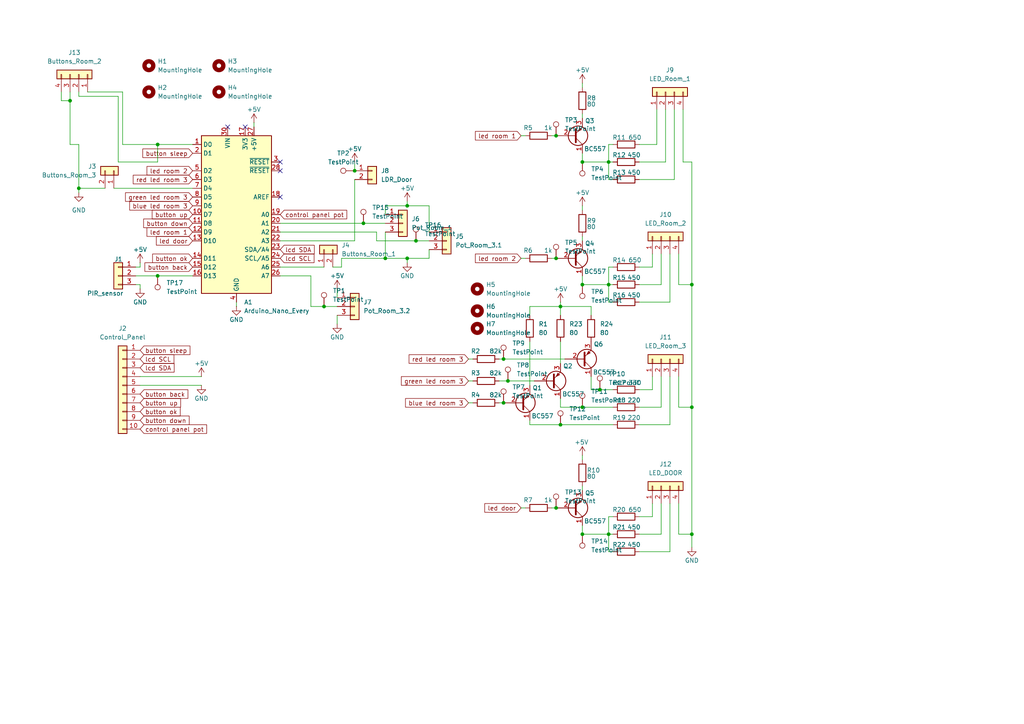
<source format=kicad_sch>
(kicad_sch (version 20231120) (generator "eeschema") (generator_version "8.0")
  (paper "A4")
  (lib_symbols
    (symbol "Connector:TestPoint" (pin_numbers hide) (pin_names (offset 0.762) hide)
      (property "Reference" "TP" (at 0 6.858 0))
      (property "Value" "TestPoint" (at 0 5.08 0))
      (symbol "TestPoint_0_1"
        (circle (center 0 3.302) (radius 0.762))
      )
      (symbol "TestPoint_1_1"
        (pin passive line (at 0 0 90) (length 2.54) (name "1") (number "1"))
      )
    )
    (symbol "Connector_Generic:Conn_01x02" (pin_names (offset 1.016) hide)
      (property "Reference" "J" (at 0 2.54 0))
      (property "Value" "Conn_01x02" (at 0 -5.08 0))
      (symbol "Conn_01x02_1_1"
        (rectangle (start -1.27 -2.413) (end 0 -2.667) (stroke (width 0.1524)))
        (rectangle (start -1.27 0.127) (end 0 -0.127) (stroke (width 0.1524)))
        (rectangle (start -1.27 1.27) (end 1.27 -3.81) (stroke (width 0.254)) (fill (type background)))
        (pin passive line (at -5.08 0 0) (length 3.81) (name "Pin_1") (number "1"))
        (pin passive line (at -5.08 -2.54 0) (length 3.81) (name "Pin_2") (number "2"))
      )
    )
    (symbol "Connector_Generic:Conn_01x03" (pin_names (offset 1.016) hide)
      (property "Reference" "J" (at 0 5.08 0))
      (property "Value" "Conn_01x03" (at 0 -5.08 0))
      (symbol "Conn_01x03_1_1"
        (rectangle (start -1.27 -2.413) (end 0 -2.667) (stroke (width 0.1524)))
        (rectangle (start -1.27 0.127) (end 0 -0.127) (stroke (width 0.1524)))
        (rectangle (start -1.27 2.667) (end 0 2.413) (stroke (width 0.1524)))
        (rectangle (start -1.27 3.81) (end 1.27 -3.81) (stroke (width 0.254)) (fill (type background)))
        (pin passive line (at -5.08 2.54 0) (length 3.81) (name "Pin_1") (number "1"))
        (pin passive line (at -5.08 0 0) (length 3.81) (name "Pin_2") (number "2"))
        (pin passive line (at -5.08 -2.54 0) (length 3.81) (name "Pin_3") (number "3"))
      )
    )
    (symbol "Connector_Generic:Conn_01x04" (pin_names (offset 1.016) hide)
      (property "Reference" "J" (at 0 5.08 0))
      (property "Value" "Conn_01x04" (at 0 -7.62 0))
      (symbol "Conn_01x04_1_1"
        (rectangle (start -1.27 -4.953) (end 0 -5.207) (stroke (width 0.1524)))
        (rectangle (start -1.27 -2.413) (end 0 -2.667) (stroke (width 0.1524)))
        (rectangle (start -1.27 0.127) (end 0 -0.127) (stroke (width 0.1524)))
        (rectangle (start -1.27 2.667) (end 0 2.413) (stroke (width 0.1524)))
        (rectangle (start -1.27 3.81) (end 1.27 -6.35) (stroke (width 0.254)) (fill (type background)))
        (pin passive line (at -5.08 2.54 0) (length 3.81) (name "Pin_1") (number "1"))
        (pin passive line (at -5.08 0 0) (length 3.81) (name "Pin_2") (number "2"))
        (pin passive line (at -5.08 -2.54 0) (length 3.81) (name "Pin_3") (number "3"))
        (pin passive line (at -5.08 -5.08 0) (length 3.81) (name "Pin_4") (number "4"))
      )
    )
    (symbol "Connector_Generic:Conn_01x10" (pin_names (offset 1.016) hide)
      (property "Reference" "J" (at 0 12.7 0))
      (property "Value" "Conn_01x10" (at 0 -15.24 0))
      (symbol "Conn_01x10_1_1"
        (rectangle (start -1.27 -12.573) (end 0 -12.827) (stroke (width 0.1524)))
        (rectangle (start -1.27 -10.033) (end 0 -10.287) (stroke (width 0.1524)))
        (rectangle (start -1.27 -7.493) (end 0 -7.747) (stroke (width 0.1524)))
        (rectangle (start -1.27 -4.953) (end 0 -5.207) (stroke (width 0.1524)))
        (rectangle (start -1.27 -2.413) (end 0 -2.667) (stroke (width 0.1524)))
        (rectangle (start -1.27 0.127) (end 0 -0.127) (stroke (width 0.1524)))
        (rectangle (start -1.27 2.667) (end 0 2.413) (stroke (width 0.1524)))
        (rectangle (start -1.27 5.207) (end 0 4.953) (stroke (width 0.1524)))
        (rectangle (start -1.27 7.747) (end 0 7.493) (stroke (width 0.1524)))
        (rectangle (start -1.27 10.287) (end 0 10.033) (stroke (width 0.1524)))
        (rectangle (start -1.27 11.43) (end 1.27 -13.97) (stroke (width 0.254)) (fill (type background)))
        (pin passive line (at -5.08 10.16 0) (length 3.81) (name "Pin_1") (number "1"))
        (pin passive line (at -5.08 -12.7 0) (length 3.81) (name "Pin_10") (number "10"))
        (pin passive line (at -5.08 7.62 0) (length 3.81) (name "Pin_2") (number "2"))
        (pin passive line (at -5.08 5.08 0) (length 3.81) (name "Pin_3") (number "3"))
        (pin passive line (at -5.08 2.54 0) (length 3.81) (name "Pin_4") (number "4"))
        (pin passive line (at -5.08 0 0) (length 3.81) (name "Pin_5") (number "5"))
        (pin passive line (at -5.08 -2.54 0) (length 3.81) (name "Pin_6") (number "6"))
        (pin passive line (at -5.08 -5.08 0) (length 3.81) (name "Pin_7") (number "7"))
        (pin passive line (at -5.08 -7.62 0) (length 3.81) (name "Pin_8") (number "8"))
        (pin passive line (at -5.08 -10.16 0) (length 3.81) (name "Pin_9") (number "9"))
      )
    )
    (symbol "Device:R" (pin_numbers hide) (pin_names (offset 0))
      (property "Reference" "R" (at 2.032 0 90))
      (property "Value" "R" (at 0 0 90))
      (symbol "R_0_1"
        (rectangle (start -1.016 -2.54) (end 1.016 2.54) (stroke (width 0.254)))
      )
      (symbol "R_1_1"
        (pin passive line (at 0 3.81 270) (length 1.27) (name "~") (number "1"))
        (pin passive line (at 0 -3.81 90) (length 1.27) (name "~") (number "2"))
      )
    )
    (symbol "Mechanical:MountingHole" (pin_names (offset 1.016)) (exclude_from_sim yes) (in_bom no)
      (property "Reference" "H" (at 0 5.08 0))
      (property "Value" "MountingHole" (at 0 3.175 0))
      (symbol "MountingHole_0_1"
        (circle (center 0 0) (radius 1.27) (stroke (width 1.27)))
      )
    )
    (symbol "Transistor_BJT:BC557" (pin_names (offset 0) hide)
      (property "Reference" "Q" (at 5.08 1.905 0))
      (property "Value" "BC557" (at 5.08 0 0))
      (symbol "BC557_0_1"
        (polyline (pts (xy 0.635 0.635) (xy 2.54 2.54)))
        (polyline (pts (xy 0.635 -0.635) (xy 2.54 -2.54) (xy 2.54 -2.54)))
        (polyline (pts (xy 0.635 1.905) (xy 0.635 -1.905) (xy 0.635 -1.905)) (stroke (width 0.508)))
        (polyline (pts (xy 2.286 -1.778) (xy 1.778 -2.286) (xy 1.27 -1.27) (xy 2.286 -1.778) (xy 2.286 -1.778)) (fill (type outline)))
        (circle (center 1.27 0) (radius 2.8194) (stroke (width 0.254)))
      )
      (symbol "BC557_1_1"
        (pin passive line (at 2.54 5.08 270) (length 2.54) (name "C") (number "1"))
        (pin input line (at -5.08 0 0) (length 5.715) (name "B") (number "2"))
        (pin passive line (at 2.54 -5.08 90) (length 2.54) (name "E") (number "3"))
      )
    )
    (symbol "arduino_nano_every_custom:Arduino_Nano_Every"
      (property "Reference" "A?" (at 2.1941 -25.4 0))
      (property "Value" "Arduino_Nano_Every" (at 2.1941 -27.94 0))
      (symbol "Arduino_Nano_Every_0_1"
        (rectangle (start -10.16 22.86) (end 10.16 -22.86) (stroke (width 0.254)) (fill (type background)))
      )
      (symbol "Arduino_Nano_Every_1_1"
        (pin bidirectional line (at -12.7 20.32 0) (length 2.54) (name "D0") (number "1"))
        (pin bidirectional line (at -12.7 0 0) (length 2.54) (name "D7") (number "10"))
        (pin bidirectional line (at -12.7 -2.54 0) (length 2.54) (name "D8") (number "11"))
        (pin bidirectional line (at -12.7 -5.08 0) (length 2.54) (name "D9") (number "12"))
        (pin bidirectional line (at -12.7 -7.62 0) (length 2.54) (name "D10") (number "13"))
        (pin bidirectional line (at -12.7 -12.7 0) (length 2.54) (name "D11") (number "14"))
        (pin bidirectional line (at -12.7 -15.24 0) (length 2.54) (name "D12") (number "15"))
        (pin bidirectional line (at -12.7 -17.78 0) (length 2.54) (name "D13") (number "16"))
        (pin power_out line (at 2.54 25.4 270) (length 2.54) (name "3V3") (number "17"))
        (pin input line (at 12.7 5.08 180) (length 2.54) (name "AREF") (number "18"))
        (pin bidirectional line (at 12.7 0 180) (length 2.54) (name "A0") (number "19"))
        (pin bidirectional line (at -12.7 17.78 0) (length 2.54) (name "D1") (number "2"))
        (pin bidirectional line (at 12.7 -2.54 180) (length 2.54) (name "A1") (number "20"))
        (pin bidirectional line (at 12.7 -5.08 180) (length 2.54) (name "A2") (number "21"))
        (pin bidirectional line (at 12.7 -7.62 180) (length 2.54) (name "A3") (number "22"))
        (pin bidirectional line (at 12.7 -10.16 180) (length 2.54) (name "SDA/A4") (number "23"))
        (pin bidirectional line (at 12.7 -12.7 180) (length 2.54) (name "SCL/A5") (number "24"))
        (pin bidirectional line (at 12.7 -15.24 180) (length 2.54) (name "A6") (number "25"))
        (pin bidirectional line (at 12.7 -17.78 180) (length 2.54) (name "A7") (number "26"))
        (pin power_out line (at 5.08 25.4 270) (length 2.54) (name "+5V") (number "27"))
        (pin input line (at 12.7 12.7 180) (length 2.54) (name "~{RESET}") (number "28"))
        (pin passive line (at 0 -25.4 90) (length 2.54) hide (name "GND") (number "29"))
        (pin input line (at 12.7 15.24 180) (length 2.54) (name "~{RESET}") (number "3"))
        (pin power_in line (at -2.54 25.4 270) (length 2.54) (name "VIN") (number "30"))
        (pin power_in line (at 0 -25.4 90) (length 2.54) (name "GND") (number "4"))
        (pin bidirectional line (at -12.7 12.7 0) (length 2.54) (name "D2") (number "5"))
        (pin bidirectional line (at -12.7 10.16 0) (length 2.54) (name "D3") (number "6"))
        (pin bidirectional line (at -12.7 7.62 0) (length 2.54) (name "D4") (number "7"))
        (pin bidirectional line (at -12.7 5.08 0) (length 2.54) (name "D5") (number "8"))
        (pin bidirectional line (at -12.7 2.54 0) (length 2.54) (name "D6") (number "9"))
      )
    )
    (symbol "power:+5V" (power) (pin_numbers hide) (pin_names (offset 0) hide)
      (property "Value" "+5V" (at 0 3.556 0))
      (symbol "+5V_0_1"
        (polyline (pts (xy -0.762 1.27) (xy 0 2.54)))
        (polyline (pts (xy 0 0) (xy 0 2.54)))
        (polyline (pts (xy 0 2.54) (xy 0.762 1.27)))
      )
      (symbol "+5V_1_1"
        (pin power_in line (at 0 0 90) (length 0) (name "~") (number "1"))
      )
    )
    (symbol "power:GND" (power) (pin_numbers hide) (pin_names (offset 0) hide)
      (property "Value" "GND" (at 0 -3.81 0))
      (symbol "GND_0_1"
        (polyline (pts (xy 0 0) (xy 0 -1.27) (xy 1.27 -1.27) (xy 0 -2.54) (xy -1.27 -1.27) (xy 0 -1.27)))
      )
      (symbol "GND_1_1"
        (pin power_in line (at 0 0 270) (length 0) (name "~") (number "1"))
      )
    )
  )
  (junction (at 162.56 88.9))
  (junction (at 22.86 54.61))
  (junction (at 176.53 82.55))
  (junction (at 161.29 147.32))
  (junction (at 146.05 104.14))
  (junction (at 111.76 74.93))
  (junction (at 45.72 41.91))
  (junction (at 146.05 116.84))
  (junction (at 161.29 74.93))
  (junction (at 168.91 82.55))
  (junction (at 176.53 46.99))
  (junction (at 200.66 118.11))
  (junction (at 93.98 88.9))
  (junction (at 45.72 80.01))
  (junction (at 173.99 113.03))
  (junction (at 118.11 59.69))
  (junction (at 168.91 154.94))
  (junction (at 120.65 69.85))
  (junction (at 161.29 39.37))
  (junction (at 105.41 64.77))
  (junction (at 20.32 29.21))
  (junction (at 168.91 46.99))
  (junction (at 168.91 118.11))
  (junction (at 162.56 123.19))
  (junction (at 200.66 82.55))
  (junction (at 147.32 110.49))
  (junction (at 176.53 154.94))
  (junction (at 200.66 154.94))
  (junction (at 118.11 74.93))
  (junction (at 102.87 49.53))
  (no_connect (at 81.28 49.53))
  (no_connect (at 81.28 57.15))
  (no_connect (at 66.04 36.83))
  (no_connect (at 81.28 46.99))
  (no_connect (at 71.12 36.83))
  (wire (pts (xy 111.76 74.93) (xy 118.11 74.93)))
  (wire (pts (xy 22.86 27.94) (xy 22.86 26.67)))
  (wire (pts (xy 22.86 54.61) (xy 30.48 54.61)))
  (wire (pts (xy 196.85 73.66) (xy 196.85 82.55)))
  (wire (pts (xy 171.45 88.9) (xy 171.45 91.44)))
  (wire (pts (xy 22.86 54.61) (xy 22.86 41.91)))
  (wire (pts (xy 17.78 26.67) (xy 17.78 29.21)))
  (wire (pts (xy 124.46 72.39) (xy 124.46 74.93)))
  (wire (pts (xy 168.91 44.45) (xy 168.91 46.99)))
  (wire (pts (xy 200.66 118.11) (xy 200.66 154.94)))
  (wire (pts (xy 185.42 41.91) (xy 190.5 41.91)))
  (wire (pts (xy 73.66 35.56) (xy 73.66 36.83)))
  (wire (pts (xy 118.11 74.93) (xy 124.46 74.93)))
  (wire (pts (xy 185.42 149.86) (xy 189.23 149.86)))
  (wire (pts (xy 185.42 87.63) (xy 194.31 87.63)))
  (wire (pts (xy 168.91 152.4) (xy 168.91 154.94)))
  (wire (pts (xy 189.23 109.22) (xy 189.23 113.03)))
  (wire (pts (xy 162.56 123.19) (xy 177.8 123.19)))
  (wire (pts (xy 99.06 77.47) (xy 96.52 77.47)))
  (wire (pts (xy 40.64 82.55) (xy 39.37 82.55)))
  (wire (pts (xy 22.86 27.94) (xy 34.29 27.94)))
  (wire (pts (xy 168.91 80.01) (xy 168.91 82.55)))
  (wire (pts (xy 151.13 74.93) (xy 152.4 74.93)))
  (wire (pts (xy 17.78 29.21) (xy 20.32 29.21)))
  (wire (pts (xy 147.32 110.49) (xy 154.94 110.49)))
  (wire (pts (xy 160.02 74.93) (xy 161.29 74.93)))
  (wire (pts (xy 196.85 109.22) (xy 196.85 118.11)))
  (wire (pts (xy 35.56 41.91) (xy 45.72 41.91)))
  (wire (pts (xy 124.46 59.69) (xy 124.46 67.31)))
  (wire (pts (xy 168.91 46.99) (xy 176.53 46.99)))
  (wire (pts (xy 153.67 99.06) (xy 153.67 111.76)))
  (wire (pts (xy 81.28 69.85) (xy 102.87 69.85)))
  (wire (pts (xy 34.29 46.99) (xy 34.29 27.94)))
  (wire (pts (xy 153.67 88.9) (xy 162.56 88.9)))
  (wire (pts (xy 20.32 26.67) (xy 20.32 29.21)))
  (wire (pts (xy 111.76 67.31) (xy 111.76 74.93)))
  (wire (pts (xy 151.13 147.32) (xy 152.4 147.32)))
  (wire (pts (xy 146.05 104.14) (xy 163.83 104.14)))
  (wire (pts (xy 168.91 33.02) (xy 168.91 34.29)))
  (wire (pts (xy 35.56 41.91) (xy 35.56 26.67)))
  (wire (pts (xy 160.02 39.37) (xy 161.29 39.37)))
  (wire (pts (xy 193.04 31.75) (xy 193.04 46.99)))
  (wire (pts (xy 198.12 31.75) (xy 198.12 46.99)))
  (wire (pts (xy 185.42 123.19) (xy 194.31 123.19)))
  (wire (pts (xy 111.76 59.69) (xy 118.11 59.69)))
  (wire (pts (xy 200.66 46.99) (xy 200.66 82.55)))
  (wire (pts (xy 40.64 111.76) (xy 58.42 111.76)))
  (wire (pts (xy 20.32 41.91) (xy 22.86 41.91)))
  (wire (pts (xy 105.41 64.77) (xy 111.76 64.77)))
  (wire (pts (xy 176.53 77.47) (xy 176.53 82.55)))
  (wire (pts (xy 200.66 154.94) (xy 200.66 158.75)))
  (wire (pts (xy 20.32 29.21) (xy 20.32 41.91)))
  (wire (pts (xy 118.11 59.69) (xy 124.46 59.69)))
  (wire (pts (xy 118.11 74.93) (xy 118.11 76.2)))
  (wire (pts (xy 81.28 67.31) (xy 109.22 67.31)))
  (wire (pts (xy 81.28 77.47) (xy 93.98 77.47)))
  (wire (pts (xy 153.67 88.9) (xy 153.67 91.44)))
  (wire (pts (xy 185.42 154.94) (xy 191.77 154.94)))
  (wire (pts (xy 177.8 113.03) (xy 173.99 113.03)))
  (wire (pts (xy 191.77 109.22) (xy 191.77 118.11)))
  (wire (pts (xy 153.67 123.19) (xy 162.56 123.19)))
  (wire (pts (xy 102.87 46.99) (xy 102.87 49.53)))
  (wire (pts (xy 176.53 52.07) (xy 177.8 52.07)))
  (wire (pts (xy 185.42 52.07) (xy 195.58 52.07)))
  (wire (pts (xy 144.78 104.14) (xy 146.05 104.14)))
  (wire (pts (xy 198.12 46.99) (xy 200.66 46.99)))
  (wire (pts (xy 162.56 87.63) (xy 162.56 88.9)))
  (wire (pts (xy 135.89 104.14) (xy 137.16 104.14)))
  (wire (pts (xy 40.64 77.47) (xy 40.64 76.2)))
  (wire (pts (xy 144.78 116.84) (xy 146.05 116.84)))
  (wire (pts (xy 109.22 69.85) (xy 120.65 69.85)))
  (wire (pts (xy 22.86 54.61) (xy 22.86 55.88)))
  (wire (pts (xy 176.53 154.94) (xy 177.8 154.94)))
  (wire (pts (xy 185.42 160.02) (xy 194.31 160.02)))
  (wire (pts (xy 194.31 109.22) (xy 194.31 123.19)))
  (wire (pts (xy 33.02 54.61) (xy 55.88 54.61)))
  (wire (pts (xy 45.72 80.01) (xy 55.88 80.01)))
  (wire (pts (xy 176.53 82.55) (xy 177.8 82.55)))
  (wire (pts (xy 176.53 46.99) (xy 177.8 46.99)))
  (wire (pts (xy 97.79 91.44) (xy 97.79 93.98)))
  (wire (pts (xy 120.65 69.85) (xy 124.46 69.85)))
  (wire (pts (xy 190.5 31.75) (xy 190.5 41.91)))
  (wire (pts (xy 160.02 147.32) (xy 161.29 147.32)))
  (wire (pts (xy 90.17 80.01) (xy 90.17 88.9)))
  (wire (pts (xy 153.67 121.92) (xy 153.67 123.19)))
  (wire (pts (xy 111.76 59.69) (xy 111.76 62.23)))
  (wire (pts (xy 185.42 113.03) (xy 189.23 113.03)))
  (wire (pts (xy 185.42 77.47) (xy 189.23 77.47)))
  (wire (pts (xy 185.42 82.55) (xy 191.77 82.55)))
  (wire (pts (xy 135.89 110.49) (xy 137.16 110.49)))
  (wire (pts (xy 185.42 46.99) (xy 193.04 46.99)))
  (wire (pts (xy 81.28 64.77) (xy 105.41 64.77)))
  (wire (pts (xy 151.13 39.37) (xy 152.4 39.37)))
  (wire (pts (xy 191.77 73.66) (xy 191.77 82.55)))
  (wire (pts (xy 102.87 52.07) (xy 102.87 69.85)))
  (wire (pts (xy 200.66 82.55) (xy 200.66 118.11)))
  (wire (pts (xy 168.91 68.58) (xy 168.91 69.85)))
  (wire (pts (xy 194.31 73.66) (xy 194.31 87.63)))
  (wire (pts (xy 111.76 74.93) (xy 99.06 74.93)))
  (wire (pts (xy 195.58 31.75) (xy 195.58 52.07)))
  (wire (pts (xy 40.64 109.22) (xy 58.42 109.22)))
  (wire (pts (xy 168.91 140.97) (xy 168.91 142.24)))
  (wire (pts (xy 25.4 26.67) (xy 35.56 26.67)))
  (wire (pts (xy 185.42 118.11) (xy 191.77 118.11)))
  (wire (pts (xy 162.56 99.06) (xy 162.56 105.41)))
  (wire (pts (xy 135.89 116.84) (xy 137.16 116.84)))
  (wire (pts (xy 168.91 82.55) (xy 176.53 82.55)))
  (wire (pts (xy 176.53 87.63) (xy 177.8 87.63)))
  (wire (pts (xy 176.53 154.94) (xy 176.53 160.02)))
  (wire (pts (xy 81.28 80.01) (xy 90.17 80.01)))
  (wire (pts (xy 109.22 67.31) (xy 109.22 69.85)))
  (wire (pts (xy 39.37 77.47) (xy 40.64 77.47)))
  (wire (pts (xy 168.91 59.69) (xy 168.91 60.96)))
  (wire (pts (xy 168.91 132.08) (xy 168.91 133.35)))
  (wire (pts (xy 196.85 146.05) (xy 196.85 154.94)))
  (wire (pts (xy 176.53 41.91) (xy 176.53 46.99)))
  (wire (pts (xy 39.37 80.01) (xy 45.72 80.01)))
  (wire (pts (xy 162.56 88.9) (xy 162.56 91.44)))
  (wire (pts (xy 162.56 118.11) (xy 168.91 118.11)))
  (wire (pts (xy 176.53 160.02) (xy 177.8 160.02)))
  (wire (pts (xy 176.53 82.55) (xy 176.53 87.63)))
  (wire (pts (xy 168.91 118.11) (xy 177.8 118.11)))
  (wire (pts (xy 176.53 149.86) (xy 176.53 154.94)))
  (wire (pts (xy 176.53 149.86) (xy 177.8 149.86)))
  (wire (pts (xy 196.85 82.55) (xy 200.66 82.55)))
  (wire (pts (xy 68.58 87.63) (xy 68.58 88.9)))
  (wire (pts (xy 189.23 146.05) (xy 189.23 149.86)))
  (wire (pts (xy 162.56 115.57) (xy 162.56 118.11)))
  (wire (pts (xy 45.72 41.91) (xy 45.72 46.99)))
  (wire (pts (xy 173.99 113.03) (xy 171.45 113.03)))
  (wire (pts (xy 162.56 88.9) (xy 171.45 88.9)))
  (wire (pts (xy 176.53 46.99) (xy 176.53 52.07)))
  (wire (pts (xy 189.23 73.66) (xy 189.23 77.47)))
  (wire (pts (xy 90.17 88.9) (xy 93.98 88.9)))
  (wire (pts (xy 196.85 154.94) (xy 200.66 154.94)))
  (wire (pts (xy 144.78 110.49) (xy 147.32 110.49)))
  (wire (pts (xy 40.64 83.82) (xy 40.64 82.55)))
  (wire (pts (xy 176.53 41.91) (xy 177.8 41.91)))
  (wire (pts (xy 93.98 88.9) (xy 97.79 88.9)))
  (wire (pts (xy 118.11 58.42) (xy 118.11 59.69)))
  (wire (pts (xy 34.29 46.99) (xy 45.72 46.99)))
  (wire (pts (xy 168.91 24.13) (xy 168.91 25.4)))
  (wire (pts (xy 45.72 41.91) (xy 55.88 41.91)))
  (wire (pts (xy 194.31 146.05) (xy 194.31 160.02)))
  (wire (pts (xy 171.45 109.22) (xy 171.45 113.03)))
  (wire (pts (xy 168.91 154.94) (xy 176.53 154.94)))
  (wire (pts (xy 196.85 118.11) (xy 200.66 118.11)))
  (wire (pts (xy 176.53 77.47) (xy 177.8 77.47)))
  (wire (pts (xy 99.06 74.93) (xy 99.06 77.47)))
  (wire (pts (xy 97.79 83.82) (xy 97.79 86.36)))
  (wire (pts (xy 191.77 146.05) (xy 191.77 154.94)))
  (global_label "button ok" (shape input) (at 40.64 119.38 0) (property "Intersheetrefs" "${INTERSHEET_REFS}" (effects (hide yes))))
  (global_label "red led room 3" (shape input) (at 55.88 52.07 180) (property "Intersheetrefs" "${INTERSHEET_REFS}" (effects (hide yes))))
  (global_label "lcd SDA" (shape input) (at 81.28 72.39 0) (property "Intersheetrefs" "${INTERSHEET_REFS}" (effects (hide yes))))
  (global_label "button back" (shape input) (at 55.88 77.47 180) (property "Intersheetrefs" "${INTERSHEET_REFS}" (effects (hide yes))))
  (global_label "green led room 3" (shape input) (at 135.89 110.49 180) (property "Intersheetrefs" "${INTERSHEET_REFS}" (effects (hide yes))))
  (global_label "control panel pot" (shape input) (at 40.64 124.46 0) (property "Intersheetrefs" "${INTERSHEET_REFS}" (effects (hide yes))))
  (global_label "led room 1" (shape input) (at 55.88 67.31 180) (property "Intersheetrefs" "${INTERSHEET_REFS}" (effects (hide yes))))
  (global_label "led room 1" (shape input) (at 151.13 39.37 180) (property "Intersheetrefs" "${INTERSHEET_REFS}" (effects (hide yes))))
  (global_label "led room 2" (shape input) (at 55.88 49.53 180) (property "Intersheetrefs" "${INTERSHEET_REFS}" (effects (hide yes))))
  (global_label "button down" (shape input) (at 40.64 121.92 0) (property "Intersheetrefs" "${INTERSHEET_REFS}" (effects (hide yes))))
  (global_label "lcd SDA" (shape input) (at 40.64 106.68 0) (property "Intersheetrefs" "${INTERSHEET_REFS}" (effects (hide yes))))
  (global_label "led room 2" (shape input) (at 151.13 74.93 180) (property "Intersheetrefs" "${INTERSHEET_REFS}" (effects (hide yes))))
  (global_label "blue led room 3" (shape input) (at 55.88 59.69 180) (property "Intersheetrefs" "${INTERSHEET_REFS}" (effects (hide yes))))
  (global_label "button ok" (shape input) (at 55.88 74.93 180) (property "Intersheetrefs" "${INTERSHEET_REFS}" (effects (hide yes))))
  (global_label "blue led room 3" (shape input) (at 135.89 116.84 180) (property "Intersheetrefs" "${INTERSHEET_REFS}" (effects (hide yes))))
  (global_label "button sleep" (shape input) (at 55.88 44.45 180) (property "Intersheetrefs" "${INTERSHEET_REFS}" (effects (hide yes))))
  (global_label "green led room 3" (shape input) (at 55.88 57.15 180) (property "Intersheetrefs" "${INTERSHEET_REFS}" (effects (hide yes))))
  (global_label "button up" (shape input) (at 55.88 62.23 180) (property "Intersheetrefs" "${INTERSHEET_REFS}" (effects (hide yes))))
  (global_label "button up" (shape input) (at 40.64 116.84 0) (property "Intersheetrefs" "${INTERSHEET_REFS}" (effects (hide yes))))
  (global_label "red led room 3" (shape input) (at 135.89 104.14 180) (property "Intersheetrefs" "${INTERSHEET_REFS}" (effects (hide yes))))
  (global_label "led door" (shape input) (at 151.13 147.32 180) (property "Intersheetrefs" "${INTERSHEET_REFS}" (effects (hide yes))))
  (global_label "lcd SCL" (shape input) (at 81.28 74.93 0) (property "Intersheetrefs" "${INTERSHEET_REFS}" (effects (hide yes))))
  (global_label "lcd SCL" (shape input) (at 40.64 104.14 0) (property "Intersheetrefs" "${INTERSHEET_REFS}" (effects (hide yes))))
  (global_label "button back" (shape input) (at 40.64 114.3 0) (property "Intersheetrefs" "${INTERSHEET_REFS}" (effects (hide yes))))
  (global_label "led door" (shape input) (at 55.88 69.85 180) (property "Intersheetrefs" "${INTERSHEET_REFS}" (effects (hide yes))))
  (global_label "button down" (shape input) (at 55.88 64.77 180) (property "Intersheetrefs" "${INTERSHEET_REFS}" (effects (hide yes))))
  (global_label "button sleep" (shape input) (at 40.64 101.6 0) (property "Intersheetrefs" "${INTERSHEET_REFS}" (effects (hide yes))))
  (global_label "control panel pot" (shape input) (at 81.28 62.23 0) (property "Intersheetrefs" "${INTERSHEET_REFS}" (effects (hide yes))))
  (symbol (lib_id "Connector:TestPoint") (at 161.29 74.93 0) (unit 1)
    (property "Reference" "TP5" (at 163.83 70.3579 0) (effects (justify left)))
    (property "Value" "TestPoint" (at 163.83 72.8979 0) (effects (justify left)))
    (property "Footprint" "TestPoint:TestPoint_Pad_2.0x2.0mm" (effects (hide yes)))
    (property "Description" "test point" (effects (hide yes)))
  )
  (symbol (lib_id "Connector:TestPoint") (at 147.32 110.49 0) (unit 1)
    (property "Reference" "TP8" (at 149.86 105.9179 0) (effects (justify left)))
    (property "Value" "TestPoint" (at 149.86 108.4579 0) (effects (justify left)))
    (property "Footprint" "TestPoint:TestPoint_Pad_2.0x2.0mm" (effects (hide yes)))
    (property "Description" "test point" (effects (hide yes)))
  )
  (symbol (lib_id "Device:R") (at 181.61 149.86 90) (unit 1)
    (property "Reference" "R20" (at 179.578 147.828 90))
    (property "Value" "650" (at 184.15 147.828 90))
    (property "Footprint" "Resistor_THT:R_Axial_DIN0207_L6.3mm_D2.5mm_P10.16mm_Horizontal" (effects (hide yes)))
    (property "Description" "Resistor" (effects (hide yes)))
  )
  (symbol (lib_id "Connector:TestPoint") (at 168.91 46.99 180) (unit 1)
    (property "Reference" "TP4" (at 171.45 49.0219 0) (effects (justify right)))
    (property "Value" "TestPoint" (at 171.45 51.5619 0) (effects (justify right)))
    (property "Footprint" "TestPoint:TestPoint_Pad_2.0x2.0mm" (effects (hide yes)))
    (property "Description" "test point" (effects (hide yes)))
  )
  (symbol (lib_id "Device:R") (at 181.61 87.63 90) (unit 1)
    (property "Reference" "R16" (at 179.578 85.598 90))
    (property "Value" "450" (at 183.896 85.598 90))
    (property "Footprint" "Resistor_THT:R_Axial_DIN0207_L6.3mm_D2.5mm_P10.16mm_Horizontal" (effects (hide yes)))
    (property "Description" "Resistor" (effects (hide yes)))
  )
  (symbol (lib_id "Mechanical:MountingHole") (at 63.5 26.67 0) (unit 1) (exclude_from_sim yes) (in_bom no)
    (property "Reference" "H4" (at 66.04 25.3999 0) (effects (justify left)))
    (property "Value" "MountingHole" (at 66.04 27.9399 0) (effects (justify left)))
    (property "Footprint" "MountingHole:MountingHole_3.2mm_M3" (effects (hide yes)))
    (property "Description" "Mounting Hole without connection" (effects (hide yes)))
  )
  (symbol (lib_id "power:GND") (at 58.42 111.76 0) (unit 1)
    (property "Reference" "#PWR02" (effects (hide yes)))
    (property "Value" "GND" (at 58.42 115.57 0))
    (property "Description" "Power symbol creates a global label with name \"GND\" , ground" (effects (hide yes)))
  )
  (symbol (lib_id "Device:R") (at 153.67 95.25 0) (unit 1)
    (property "Reference" "R1" (at 156.21 93.9799 0) (effects (justify left)))
    (property "Value" "80" (at 156.21 96.5199 0) (effects (justify left)))
    (property "Footprint" "Resistor_THT:R_Axial_DIN0207_L6.3mm_D2.5mm_P10.16mm_Horizontal" (effects (hide yes)))
    (property "Description" "Resistor" (effects (hide yes)))
  )
  (symbol (lib_id "Mechanical:MountingHole") (at 138.43 95.25 0) (unit 1) (exclude_from_sim yes) (in_bom no)
    (property "Reference" "H7" (at 140.97 93.9799 0) (effects (justify left)))
    (property "Value" "MountingHole" (at 140.97 96.5199 0) (effects (justify left)))
    (property "Footprint" "MountingHole:MountingHole_3.2mm_M3" (effects (hide yes)))
    (property "Description" "Mounting Hole without connection" (effects (hide yes)))
  )
  (symbol (lib_id "power:+5V") (at 97.79 83.82 0) (unit 1)
    (property "Reference" "#PWR09" (effects (hide yes)))
    (property "Value" "+5V" (at 97.79 80.01 0))
    (property "Description" "Power symbol creates a global label with name \"+5V\"" (effects (hide yes)))
  )
  (symbol (lib_id "Connector_Generic:Conn_01x03") (at 116.84 64.77 0) (unit 1)
    (property "Reference" "J6" (at 119.38 63.4999 0) (effects (justify left)))
    (property "Value" "Pot_Room_1" (at 119.38 66.0399 0) (effects (justify left)))
    (property "Footprint" "Connector_PinHeader_2.54mm:PinHeader_1x03_P2.54mm_Vertical" (effects (hide yes)))
    (property "Description" "Generic connector, single row, 01x03, script generated (kicad-library-utils/schlib/autogen/connector/)" (effects (hide yes)))
  )
  (symbol (lib_id "power:GND") (at 97.79 93.98 0) (unit 1)
    (property "Reference" "#PWR010" (effects (hide yes)))
    (property "Value" "GND" (at 97.79 97.79 0))
    (property "Description" "Power symbol creates a global label with name \"GND\" , ground" (effects (hide yes)))
  )
  (symbol (lib_id "Device:R") (at 171.45 95.25 0) (unit 1)
    (property "Reference" "R24" (at 173.99 93.9799 0) (effects (justify left)))
    (property "Value" "80" (at 173.99 96.5199 0) (effects (justify left)))
    (property "Footprint" "Resistor_THT:R_Axial_DIN0207_L6.3mm_D2.5mm_P10.16mm_Horizontal" (effects (hide yes)))
    (property "Description" "Resistor" (effects (hide yes)))
  )
  (symbol (lib_id "power:+5V") (at 168.91 132.08 0) (unit 1)
    (property "Reference" "#PWR019" (effects (hide yes)))
    (property "Value" "+5V" (at 168.656 128.27 0))
    (property "Description" "Power symbol creates a global label with name \"+5V\"" (effects (hide yes)))
  )
  (symbol (lib_id "Connector:TestPoint") (at 102.87 49.53 90) (unit 1)
    (property "Reference" "TP2" (at 99.568 44.45 90))
    (property "Value" "TestPoint" (at 99.568 46.99 90))
    (property "Footprint" "TestPoint:TestPoint_Pad_2.0x2.0mm" (effects (hide yes)))
    (property "Description" "test point" (effects (hide yes)))
  )
  (symbol (lib_id "Connector_Generic:Conn_01x02") (at 107.95 49.53 0) (unit 1)
    (property "Reference" "J8" (at 110.49 49.5299 0) (effects (justify left)))
    (property "Value" "LDR_Door" (at 110.49 52.0699 0) (effects (justify left)))
    (property "Footprint" "Connector_PinHeader_2.54mm:PinHeader_1x02_P2.54mm_Vertical" (effects (hide yes)))
    (property "Description" "Generic connector, single row, 01x02, script generated (kicad-library-utils/schlib/autogen/connector/)" (effects (hide yes)))
  )
  (symbol (lib_id "Device:R") (at 181.61 52.07 90) (unit 1)
    (property "Reference" "R13" (at 179.578 50.038 90))
    (property "Value" "450" (at 183.896 50.038 90))
    (property "Footprint" "Resistor_THT:R_Axial_DIN0207_L6.3mm_D2.5mm_P10.16mm_Horizontal" (effects (hide yes)))
    (property "Description" "Resistor" (effects (hide yes)))
  )
  (symbol (lib_id "arduino_nano_every_custom:Arduino_Nano_Every") (at 68.58 62.23 0) (unit 1)
    (property "Reference" "A1" (at 70.7741 87.63 0) (effects (justify left)))
    (property "Value" "Arduino_Nano_Every" (at 70.7741 90.17 0) (effects (justify left)))
    (property "Footprint" "Module:Arduino_Nano" (effects (hide yes)))
    (property "Datasheet" "https://content.arduino.cc/assets/NANOEveryV3.0_sch.pdf" (effects (hide yes)))
    (property "Description" "Arduino Nano Every" (effects (hide yes)))
  )
  (symbol (lib_id "Device:R") (at 162.56 95.25 0) (unit 1)
    (property "Reference" "R23" (at 165.1 93.9799 0) (effects (justify left)))
    (property "Value" "80" (at 165.1 96.5199 0) (effects (justify left)))
    (property "Footprint" "Resistor_THT:R_Axial_DIN0207_L6.3mm_D2.5mm_P10.16mm_Horizontal" (effects (hide yes)))
    (property "Description" "Resistor" (effects (hide yes)))
  )
  (symbol (lib_id "Device:R") (at 181.61 46.99 90) (unit 1)
    (property "Reference" "R12" (at 179.578 44.958 90))
    (property "Value" "450" (at 183.896 44.958 90))
    (property "Footprint" "Resistor_THT:R_Axial_DIN0207_L6.3mm_D2.5mm_P10.16mm_Horizontal" (effects (hide yes)))
    (property "Description" "Resistor" (effects (hide yes)))
  )
  (symbol (lib_id "power:+5V") (at 162.56 87.63 0) (unit 1)
    (property "Reference" "#PWR016" (effects (hide yes)))
    (property "Value" "+5V" (at 162.56 83.82 0))
    (property "Description" "Power symbol creates a global label with name \"+5V\"" (effects (hide yes)))
  )
  (symbol (lib_id "Transistor_BJT:BC557") (at 166.37 74.93 0) (mirror x) (unit 1)
    (property "Reference" "Q4" (at 169.672 70.612 0) (effects (justify left)))
    (property "Value" "BC557" (at 169.418 78.74 0) (effects (justify left)))
    (property "Footprint" "Package_TO_SOT_THT:TO-92_Inline" (effects (hide yes)))
    (property "Datasheet" "https://www.onsemi.com/pub/Collateral/BC556BTA-D.pdf" (effects (hide yes)))
    (property "Description" "0.1A Ic, 45V Vce, PNP Small Signal Transistor, TO-92" (effects (hide yes)))
  )
  (symbol (lib_id "Device:R") (at 181.61 154.94 90) (unit 1)
    (property "Reference" "R21" (at 179.578 152.908 90))
    (property "Value" "450" (at 183.896 152.908 90))
    (property "Footprint" "Resistor_THT:R_Axial_DIN0207_L6.3mm_D2.5mm_P10.16mm_Horizontal" (effects (hide yes)))
    (property "Description" "Resistor" (effects (hide yes)))
  )
  (symbol (lib_id "power:GND") (at 118.11 76.2 0) (unit 1)
    (property "Reference" "#PWR015" (effects (hide yes)))
    (property "Value" "GND" (at 118.11 80.01 0))
    (property "Description" "Power symbol creates a global label with name \"GND\" , ground" (effects (hide yes)))
  )
  (symbol (lib_id "Device:R") (at 181.61 82.55 90) (unit 1)
    (property "Reference" "R15" (at 179.578 80.518 90))
    (property "Value" "450" (at 183.896 80.518 90))
    (property "Footprint" "Resistor_THT:R_Axial_DIN0207_L6.3mm_D2.5mm_P10.16mm_Horizontal" (effects (hide yes)))
    (property "Description" "Resistor" (effects (hide yes)))
  )
  (symbol (lib_id "Device:R") (at 181.61 41.91 90) (unit 1)
    (property "Reference" "R11" (at 179.578 39.878 90))
    (property "Value" "650" (at 184.15 39.878 90))
    (property "Footprint" "Resistor_THT:R_Axial_DIN0207_L6.3mm_D2.5mm_P10.16mm_Horizontal" (effects (hide yes)))
    (property "Description" "Resistor" (effects (hide yes)))
  )
  (symbol (lib_id "Mechanical:MountingHole") (at 43.18 19.05 0) (unit 1) (exclude_from_sim yes) (in_bom no)
    (property "Reference" "H1" (at 45.72 17.7799 0) (effects (justify left)))
    (property "Value" "MountingHole" (at 45.72 20.3199 0) (effects (justify left)))
    (property "Footprint" "MountingHole:MountingHole_3.2mm_M3" (effects (hide yes)))
    (property "Description" "Mounting Hole without connection" (effects (hide yes)))
  )
  (symbol (lib_id "Connector_Generic:Conn_01x03") (at 129.54 69.85 0) (unit 1)
    (property "Reference" "J5" (at 132.08 68.5799 0) (effects (justify left)))
    (property "Value" "Pot_Room_3.1" (at 132.08 71.1199 0) (effects (justify left)))
    (property "Footprint" "Connector_PinHeader_2.54mm:PinHeader_1x03_P2.54mm_Vertical" (effects (hide yes)))
    (property "Description" "Generic connector, single row, 01x03, script generated (kicad-library-utils/schlib/autogen/connector/)" (effects (hide yes)))
  )
  (symbol (lib_id "Connector:TestPoint") (at 105.41 64.77 0) (unit 1)
    (property "Reference" "TP15" (at 107.95 60.1979 0) (effects (justify left)))
    (property "Value" "TestPoint" (at 107.95 62.7379 0) (effects (justify left)))
    (property "Footprint" "TestPoint:TestPoint_Pad_2.0x2.0mm" (effects (hide yes)))
    (property "Description" "test point" (effects (hide yes)))
  )
  (symbol (lib_id "Connector:TestPoint") (at 120.65 69.85 0) (unit 1)
    (property "Reference" "TP16" (at 123.19 65.2779 0) (effects (justify left)))
    (property "Value" "TestPoint" (at 123.19 67.8179 0) (effects (justify left)))
    (property "Footprint" "TestPoint:TestPoint_Pad_2.0x2.0mm" (effects (hide yes)))
    (property "Description" "test point" (effects (hide yes)))
  )
  (symbol (lib_id "Device:R") (at 181.61 123.19 90) (unit 1)
    (property "Reference" "R19" (at 179.578 121.158 90))
    (property "Value" "220" (at 183.896 121.158 90))
    (property "Footprint" "Resistor_THT:R_Axial_DIN0207_L6.3mm_D2.5mm_P10.16mm_Horizontal" (effects (hide yes)))
    (property "Description" "Resistor" (effects (hide yes)))
  )
  (symbol (lib_id "Mechanical:MountingHole") (at 138.43 90.17 0) (unit 1) (exclude_from_sim yes) (in_bom no)
    (property "Reference" "H6" (at 140.97 88.8999 0) (effects (justify left)))
    (property "Value" "MountingHole" (at 140.97 91.4399 0) (effects (justify left)))
    (property "Footprint" "MountingHole:MountingHole_3.2mm_M3" (effects (hide yes)))
    (property "Description" "Mounting Hole without connection" (effects (hide yes)))
  )
  (symbol (lib_id "Connector_Generic:Conn_01x04") (at 191.77 140.97 90) (unit 1)
    (property "Reference" "J12" (at 193.04 134.62 90))
    (property "Value" "LED_DOOR" (at 193.04 137.16 90))
    (property "Footprint" "Connector_PinHeader_2.54mm:PinHeader_1x04_P2.54mm_Vertical" (effects (hide yes)))
    (property "Description" "Generic connector, single row, 01x04, script generated (kicad-library-utils/schlib/autogen/connector/)" (effects (hide yes)))
  )
  (symbol (lib_id "Transistor_BJT:BC557") (at 166.37 147.32 0) (mirror x) (unit 1)
    (property "Reference" "Q5" (at 169.672 143.002 0) (effects (justify left)))
    (property "Value" "BC557" (at 169.418 151.13 0) (effects (justify left)))
    (property "Footprint" "Package_TO_SOT_THT:TO-92_Inline" (effects (hide yes)))
    (property "Datasheet" "https://www.onsemi.com/pub/Collateral/BC556BTA-D.pdf" (effects (hide yes)))
    (property "Description" "0.1A Ic, 45V Vce, PNP Small Signal Transistor, TO-92" (effects (hide yes)))
  )
  (symbol (lib_id "power:+5V") (at 168.91 59.69 0) (unit 1)
    (property "Reference" "#PWR018" (effects (hide yes)))
    (property "Value" "+5V" (at 168.91 55.88 0))
    (property "Description" "Power symbol creates a global label with name \"+5V\"" (effects (hide yes)))
  )
  (symbol (lib_id "Device:R") (at 168.91 29.21 0) (unit 1)
    (property "Reference" "R8" (at 170.18 28.448 0) (effects (justify left)))
    (property "Value" "80" (at 170.18 30.226 0) (effects (justify left)))
    (property "Footprint" "Resistor_THT:R_Axial_DIN0207_L6.3mm_D2.5mm_P10.16mm_Horizontal" (effects (hide yes)))
    (property "Description" "Resistor" (effects (hide yes)))
  )
  (symbol (lib_id "power:+5V") (at 168.91 24.13 0) (unit 1)
    (property "Reference" "#PWR017" (effects (hide yes)))
    (property "Value" "+5V" (at 168.91 20.32 0))
    (property "Description" "Power symbol creates a global label with name \"+5V\"" (effects (hide yes)))
  )
  (symbol (lib_id "Transistor_BJT:BC557") (at 160.02 110.49 0) (mirror x) (unit 1)
    (property "Reference" "Q2" (at 163.322 106.172 0) (effects (justify left)))
    (property "Value" "BC557" (at 163.068 114.3 0) (effects (justify left)))
    (property "Footprint" "Package_TO_SOT_THT:TO-92_Inline" (effects (hide yes)))
    (property "Datasheet" "https://www.onsemi.com/pub/Collateral/BC556BTA-D.pdf" (effects (hide yes)))
    (property "Description" "0.1A Ic, 45V Vce, PNP Small Signal Transistor, TO-92" (effects (hide yes)))
  )
  (symbol (lib_id "Device:R") (at 140.97 104.14 90) (unit 1)
    (property "Reference" "R2" (at 137.922 101.854 90))
    (property "Value" "82k" (at 143.764 101.854 90))
    (property "Footprint" "Resistor_THT:R_Axial_DIN0207_L6.3mm_D2.5mm_P10.16mm_Horizontal" (effects (hide yes)))
    (property "Description" "Resistor" (effects (hide yes)))
  )
  (symbol (lib_id "Device:R") (at 181.61 113.03 90) (unit 1)
    (property "Reference" "R17" (at 179.578 110.998 90))
    (property "Value" "330" (at 184.15 110.998 90))
    (property "Footprint" "Resistor_THT:R_Axial_DIN0207_L6.3mm_D2.5mm_P10.16mm_Horizontal" (effects (hide yes)))
    (property "Description" "Resistor" (effects (hide yes)))
  )
  (symbol (lib_id "Transistor_BJT:BC557") (at 168.91 104.14 0) (mirror x) (unit 1)
    (property "Reference" "Q6" (at 172.212 99.822 0) (effects (justify left)))
    (property "Value" "BC557" (at 171.958 107.95 0) (effects (justify left)))
    (property "Footprint" "Package_TO_SOT_THT:TO-92_Inline" (effects (hide yes)))
    (property "Datasheet" "https://www.onsemi.com/pub/Collateral/BC556BTA-D.pdf" (effects (hide yes)))
    (property "Description" "0.1A Ic, 45V Vce, PNP Small Signal Transistor, TO-92" (effects (hide yes)))
  )
  (symbol (lib_id "Connector_Generic:Conn_01x03") (at 102.87 88.9 0) (unit 1)
    (property "Reference" "J7" (at 105.41 87.6299 0) (effects (justify left)))
    (property "Value" "Pot_Room_3.2" (at 105.41 90.1699 0) (effects (justify left)))
    (property "Footprint" "Connector_PinHeader_2.54mm:PinHeader_1x03_P2.54mm_Vertical" (effects (hide yes)))
    (property "Description" "Generic connector, single row, 01x03, script generated (kicad-library-utils/schlib/autogen/connector/)" (effects (hide yes)))
  )
  (symbol (lib_id "Mechanical:MountingHole") (at 138.43 83.82 0) (unit 1) (exclude_from_sim yes) (in_bom no)
    (property "Reference" "H5" (at 140.97 82.5499 0) (effects (justify left)))
    (property "Value" "MountingHole" (at 140.97 85.0899 0) (effects (justify left)))
    (property "Footprint" "MountingHole:MountingHole_3.2mm_M3" (effects (hide yes)))
    (property "Description" "Mounting Hole without connection" (effects (hide yes)))
  )
  (symbol (lib_id "power:GND") (at 40.64 83.82 0) (mirror y) (unit 1)
    (property "Reference" "#PWR04" (effects (hide yes)))
    (property "Value" "GND" (at 40.64 87.63 0))
    (property "Description" "Power symbol creates a global label with name \"GND\" , ground" (effects (hide yes)))
  )
  (symbol (lib_id "Connector_Generic:Conn_01x04") (at 193.04 26.67 90) (unit 1)
    (property "Reference" "J9" (at 194.31 20.32 90))
    (property "Value" "LED_Room_1" (at 194.31 22.86 90))
    (property "Footprint" "Connector_PinHeader_2.54mm:PinHeader_1x04_P2.54mm_Vertical" (effects (hide yes)))
    (property "Description" "Generic connector, single row, 01x04, script generated (kicad-library-utils/schlib/autogen/connector/)" (effects (hide yes)))
  )
  (symbol (lib_id "Device:R") (at 168.91 64.77 0) (unit 1)
    (property "Reference" "R9" (at 170.18 64.008 0) (effects (justify left)))
    (property "Value" "80" (at 170.18 65.786 0) (effects (justify left)))
    (property "Footprint" "Resistor_THT:R_Axial_DIN0207_L6.3mm_D2.5mm_P10.16mm_Horizontal" (effects (hide yes)))
    (property "Description" "Resistor" (effects (hide yes)))
  )
  (symbol (lib_id "power:+5V") (at 58.42 109.22 0) (unit 1)
    (property "Reference" "#PWR08" (effects (hide yes)))
    (property "Value" "+5V" (at 58.42 105.41 0))
    (property "Description" "Power symbol creates a global label with name \"+5V\"" (effects (hide yes)))
  )
  (symbol (lib_id "Device:R") (at 156.21 39.37 90) (unit 1)
    (property "Reference" "R5" (at 153.162 37.084 90))
    (property "Value" "1k" (at 159.004 37.084 90))
    (property "Footprint" "Resistor_THT:R_Axial_DIN0207_L6.3mm_D2.5mm_P10.16mm_Horizontal" (effects (hide yes)))
    (property "Description" "Resistor" (effects (hide yes)))
  )
  (symbol (lib_id "Device:R") (at 181.61 77.47 90) (unit 1)
    (property "Reference" "R14" (at 179.578 75.438 90))
    (property "Value" "650" (at 184.15 75.438 90))
    (property "Footprint" "Resistor_THT:R_Axial_DIN0207_L6.3mm_D2.5mm_P10.16mm_Horizontal" (effects (hide yes)))
    (property "Description" "Resistor" (effects (hide yes)))
  )
  (symbol (lib_id "Connector_Generic:Conn_01x02") (at 33.02 49.53 270) (mirror x) (unit 1)
    (property "Reference" "J3" (at 27.94 48.2599 90) (effects (justify right)))
    (property "Value" "Buttons_Room_3" (at 27.94 50.7999 90) (effects (justify right)))
    (property "Footprint" "Connector_PinHeader_2.54mm:PinHeader_1x02_P2.54mm_Vertical" (effects (hide yes)))
    (property "Description" "Generic connector, single row, 01x02, script generated (kicad-library-utils/schlib/autogen/connector/)" (effects (hide yes)))
  )
  (symbol (lib_id "Connector:TestPoint") (at 161.29 39.37 0) (unit 1)
    (property "Reference" "TP3" (at 163.83 34.7979 0) (effects (justify left)))
    (property "Value" "TestPoint" (at 163.83 37.3379 0) (effects (justify left)))
    (property "Footprint" "TestPoint:TestPoint_Pad_2.0x2.0mm" (effects (hide yes)))
    (property "Description" "test point" (effects (hide yes)))
  )
  (symbol (lib_id "Connector:TestPoint") (at 161.29 147.32 0) (unit 1)
    (property "Reference" "TP13" (at 163.83 142.7479 0) (effects (justify left)))
    (property "Value" "TestPoint" (at 163.83 145.2879 0) (effects (justify left)))
    (property "Footprint" "TestPoint:TestPoint_Pad_2.0x2.0mm" (effects (hide yes)))
    (property "Description" "test point" (effects (hide yes)))
  )
  (symbol (lib_id "Device:R") (at 181.61 160.02 90) (unit 1)
    (property "Reference" "R22" (at 179.578 157.988 90))
    (property "Value" "450" (at 183.896 157.988 90))
    (property "Footprint" "Resistor_THT:R_Axial_DIN0207_L6.3mm_D2.5mm_P10.16mm_Horizontal" (effects (hide yes)))
    (property "Description" "Resistor" (effects (hide yes)))
  )
  (symbol (lib_id "Transistor_BJT:BC557") (at 151.13 116.84 0) (mirror x) (unit 1)
    (property "Reference" "Q1" (at 154.432 112.522 0) (effects (justify left)))
    (property "Value" "BC557" (at 154.178 120.65 0) (effects (justify left)))
    (property "Footprint" "Package_TO_SOT_THT:TO-92_Inline" (effects (hide yes)))
    (property "Datasheet" "https://www.onsemi.com/pub/Collateral/BC556BTA-D.pdf" (effects (hide yes)))
    (property "Description" "0.1A Ic, 45V Vce, PNP Small Signal Transistor, TO-92" (effects (hide yes)))
  )
  (symbol (lib_id "Mechanical:MountingHole") (at 43.18 26.67 0) (unit 1) (exclude_from_sim yes) (in_bom no)
    (property "Reference" "H2" (at 45.72 25.3999 0) (effects (justify left)))
    (property "Value" "MountingHole" (at 45.72 27.9399 0) (effects (justify left)))
    (property "Footprint" "MountingHole:MountingHole_3.2mm_M3" (effects (hide yes)))
    (property "Description" "Mounting Hole without connection" (effects (hide yes)))
  )
  (symbol (lib_id "Mechanical:MountingHole") (at 63.5 19.05 0) (unit 1) (exclude_from_sim yes) (in_bom no)
    (property "Reference" "H3" (at 66.04 17.7799 0) (effects (justify left)))
    (property "Value" "MountingHole" (at 66.04 20.3199 0) (effects (justify left)))
    (property "Footprint" "MountingHole:MountingHole_3.2mm_M3" (effects (hide yes)))
    (property "Description" "Mounting Hole without connection" (effects (hide yes)))
  )
  (symbol (lib_id "Device:R") (at 140.97 116.84 90) (unit 1)
    (property "Reference" "R4" (at 137.922 114.554 90))
    (property "Value" "82k" (at 143.764 114.554 90))
    (property "Footprint" "Resistor_THT:R_Axial_DIN0207_L6.3mm_D2.5mm_P10.16mm_Horizontal" (effects (hide yes)))
    (property "Description" "Resistor" (effects (hide yes)))
  )
  (symbol (lib_id "Connector:TestPoint") (at 45.72 80.01 180) (unit 1)
    (property "Reference" "TP17" (at 48.26 82.0419 0) (effects (justify right)))
    (property "Value" "TestPoint" (at 48.26 84.5819 0) (effects (justify right)))
    (property "Footprint" "TestPoint:TestPoint_Pad_2.0x2.0mm" (effects (hide yes)))
    (property "Description" "test point" (effects (hide yes)))
  )
  (symbol (lib_id "Connector_Generic:Conn_01x03") (at 34.29 80.01 0) (mirror y) (unit 1)
    (property "Reference" "J1" (at 35.56 75.184 0) (effects (justify left)))
    (property "Value" "PIR_sensor" (at 35.814 85.09 0) (effects (justify left)))
    (property "Footprint" "Connector_PinHeader_2.54mm:PinHeader_1x03_P2.54mm_Vertical" (effects (hide yes)))
    (property "Description" "Generic connector, single row, 01x03, script generated (kicad-library-utils/schlib/autogen/connector/)" (effects (hide yes)))
  )
  (symbol (lib_id "Connector_Generic:Conn_01x04") (at 191.77 104.14 90) (unit 1)
    (property "Reference" "J11" (at 193.04 97.79 90))
    (property "Value" "LED_Room_3" (at 193.04 100.33 90))
    (property "Footprint" "Connector_PinHeader_2.54mm:PinHeader_1x04_P2.54mm_Vertical" (effects (hide yes)))
    (property "Description" "Generic connector, single row, 01x04, script generated (kicad-library-utils/schlib/autogen/connector/)" (effects (hide yes)))
  )
  (symbol (lib_id "Device:R") (at 140.97 110.49 90) (unit 1)
    (property "Reference" "R3" (at 137.922 108.204 90))
    (property "Value" "82k" (at 143.764 108.204 90))
    (property "Footprint" "Resistor_THT:R_Axial_DIN0207_L6.3mm_D2.5mm_P10.16mm_Horizontal" (effects (hide yes)))
    (property "Description" "Resistor" (effects (hide yes)))
  )
  (symbol (lib_id "Connector_Generic:Conn_01x04") (at 191.77 68.58 90) (unit 1)
    (property "Reference" "J10" (at 193.04 62.23 90))
    (property "Value" "LED_Room_2" (at 193.04 64.77 90))
    (property "Footprint" "Connector_PinHeader_2.54mm:PinHeader_1x04_P2.54mm_Vertical" (effects (hide yes)))
    (property "Description" "Generic connector, single row, 01x04, script generated (kicad-library-utils/schlib/autogen/connector/)" (effects (hide yes)))
  )
  (symbol (lib_id "power:GND") (at 22.86 55.88 0) (unit 1)
    (property "Reference" "#PWR01" (effects (hide yes)))
    (property "Value" "GND" (at 22.86 60.96 0))
    (property "Description" "Power symbol creates a global label with name \"GND\" , ground" (effects (hide yes)))
  )
  (symbol (lib_id "Connector:TestPoint") (at 93.98 88.9 0) (unit 1)
    (property "Reference" "TP1" (at 96.52 84.3279 0) (effects (justify left)))
    (property "Value" "TestPoint" (at 96.52 86.8679 0) (effects (justify left)))
    (property "Footprint" "TestPoint:TestPoint_Pad_2.0x2.0mm" (effects (hide yes)))
    (property "Description" "test point" (effects (hide yes)))
  )
  (symbol (lib_id "Connector:TestPoint") (at 162.56 123.19 0) (unit 1)
    (property "Reference" "TP12" (at 165.1 118.6179 0) (effects (justify left)))
    (property "Value" "TestPoint" (at 165.1 121.1579 0) (effects (justify left)))
    (property "Footprint" "TestPoint:TestPoint_Pad_2.0x2.0mm" (effects (hide yes)))
    (property "Description" "test point" (effects (hide yes)))
  )
  (symbol (lib_id "Connector_Generic:Conn_01x02") (at 93.98 72.39 90) (unit 1)
    (property "Reference" "J4" (at 99.06 71.1199 90) (effects (justify right)))
    (property "Value" "Buttons_Room_1" (at 99.06 73.6599 90) (effects (justify right)))
    (property "Footprint" "Connector_PinHeader_2.54mm:PinHeader_1x02_P2.54mm_Vertical" (effects (hide yes)))
    (property "Description" "Generic connector, single row, 01x02, script generated (kicad-library-utils/schlib/autogen/connector/)" (effects (hide yes)))
  )
  (symbol (lib_id "Connector:TestPoint") (at 168.91 118.11 0) (unit 1)
    (property "Reference" "TP11" (at 171.45 113.5379 0) (effects (justify left)))
    (property "Value" "TestPoint" (at 171.45 116.0779 0) (effects (justify left)))
    (property "Footprint" "TestPoint:TestPoint_Pad_2.0x2.0mm" (effects (hide yes)))
    (property "Description" "test point" (effects (hide yes)))
  )
  (symbol (lib_id "Device:R") (at 181.61 118.11 90) (unit 1)
    (property "Reference" "R18" (at 179.578 116.078 90))
    (property "Value" "220" (at 183.896 116.078 90))
    (property "Footprint" "Resistor_THT:R_Axial_DIN0207_L6.3mm_D2.5mm_P10.16mm_Horizontal" (effects (hide yes)))
    (property "Description" "Resistor" (effects (hide yes)))
  )
  (symbol (lib_id "Connector:TestPoint") (at 168.91 154.94 180) (unit 1)
    (property "Reference" "TP14" (at 171.45 156.9719 0) (effects (justify right)))
    (property "Value" "TestPoint" (at 171.45 159.5119 0) (effects (justify right)))
    (property "Footprint" "TestPoint:TestPoint_Pad_2.0x2.0mm" (effects (hide yes)))
    (property "Description" "test point" (effects (hide yes)))
  )
  (symbol (lib_id "Connector:TestPoint") (at 173.99 113.03 0) (unit 1)
    (property "Reference" "TP10" (at 176.53 108.4579 0) (effects (justify left)))
    (property "Value" "TestPoint" (at 176.53 110.9979 0) (effects (justify left)))
    (property "Footprint" "TestPoint:TestPoint_Pad_2.0x2.0mm" (effects (hide yes)))
    (property "Description" "test point" (effects (hide yes)))
  )
  (symbol (lib_id "Device:R") (at 168.91 137.16 0) (unit 1)
    (property "Reference" "R10" (at 170.18 136.398 0) (effects (justify left)))
    (property "Value" "80" (at 170.18 138.176 0) (effects (justify left)))
    (property "Footprint" "Resistor_THT:R_Axial_DIN0207_L6.3mm_D2.5mm_P10.16mm_Horizontal" (effects (hide yes)))
    (property "Description" "Resistor" (effects (hide yes)))
  )
  (symbol (lib_id "power:+5V") (at 118.11 58.42 0) (unit 1)
    (property "Reference" "#PWR014" (effects (hide yes)))
    (property "Value" "+5V" (at 118.11 54.61 0))
    (property "Description" "Power symbol creates a global label with name \"+5V\"" (effects (hide yes)))
  )
  (symbol (lib_id "Connector:TestPoint") (at 168.91 82.55 180) (unit 1)
    (property "Reference" "TP6" (at 171.45 84.5819 0) (effects (justify right)))
    (property "Value" "TestPoint" (at 171.45 87.1219 0) (effects (justify right)))
    (property "Footprint" "TestPoint:TestPoint_Pad_2.0x2.0mm" (effects (hide yes)))
    (property "Description" "test point" (effects (hide yes)))
  )
  (symbol (lib_id "power:+5V") (at 40.64 76.2 0) (mirror y) (unit 1)
    (property "Reference" "#PWR03" (effects (hide yes)))
    (property "Value" "+5V" (at 40.64 72.39 0))
    (property "Description" "Power symbol creates a global label with name \"+5V\"" (effects (hide yes)))
  )
  (symbol (lib_id "Connector:TestPoint") (at 146.05 116.84 0) (unit 1)
    (property "Reference" "TP7" (at 148.59 112.2679 0) (effects (justify left)))
    (property "Value" "TestPoint" (at 148.59 114.8079 0) (effects (justify left)))
    (property "Footprint" "TestPoint:TestPoint_Pad_2.0x2.0mm" (effects (hide yes)))
    (property "Description" "test point" (effects (hide yes)))
  )
  (symbol (lib_id "Device:R") (at 156.21 147.32 90) (unit 1)
    (property "Reference" "R7" (at 153.162 145.034 90))
    (property "Value" "1k" (at 159.004 145.034 90))
    (property "Footprint" "Resistor_THT:R_Axial_DIN0207_L6.3mm_D2.5mm_P10.16mm_Horizontal" (effects (hide yes)))
    (property "Description" "Resistor" (effects (hide yes)))
  )
  (symbol (lib_id "power:+5V") (at 102.87 46.99 0) (unit 1)
    (property "Reference" "#PWR011" (effects (hide yes)))
    (property "Value" "+5V" (at 102.87 43.18 0))
    (property "Description" "Power symbol creates a global label with name \"+5V\"" (effects (hide yes)))
  )
  (symbol (lib_id "Connector_Generic:Conn_01x04") (at 22.86 21.59 270) (mirror x) (unit 1)
    (property "Reference" "J13" (at 21.59 15.24 90))
    (property "Value" "Buttons_Room_2" (at 21.59 17.78 90))
    (property "Footprint" "Connector_PinHeader_2.54mm:PinHeader_1x04_P2.54mm_Vertical" (effects (hide yes)))
    (property "Description" "Generic connector, single row, 01x04, script generated (kicad-library-utils/schlib/autogen/connector/)" (effects (hide yes)))
  )
  (symbol (lib_id "power:+5V") (at 73.66 35.56 0) (unit 1)
    (property "Reference" "#PWR07" (effects (hide yes)))
    (property "Value" "+5V" (at 73.66 31.75 0))
    (property "Description" "Power symbol creates a global label with name \"+5V\"" (effects (hide yes)))
  )
  (symbol (lib_id "Transistor_BJT:BC557") (at 166.37 39.37 0) (mirror x) (unit 1)
    (property "Reference" "Q3" (at 169.672 35.052 0) (effects (justify left)))
    (property "Value" "BC557" (at 169.418 43.18 0) (effects (justify left)))
    (property "Footprint" "Package_TO_SOT_THT:TO-92_Inline" (effects (hide yes)))
    (property "Datasheet" "https://www.onsemi.com/pub/Collateral/BC556BTA-D.pdf" (effects (hide yes)))
    (property "Description" "0.1A Ic, 45V Vce, PNP Small Signal Transistor, TO-92" (effects (hide yes)))
  )
  (symbol (lib_id "Device:R") (at 156.21 74.93 90) (unit 1)
    (property "Reference" "R6" (at 153.162 72.644 90))
    (property "Value" "1k" (at 159.004 72.644 90))
    (property "Footprint" "Resistor_THT:R_Axial_DIN0207_L6.3mm_D2.5mm_P10.16mm_Horizontal" (effects (hide yes)))
    (property "Description" "Resistor" (effects (hide yes)))
  )
  (symbol (lib_id "Connector_Generic:Conn_01x10") (at 35.56 111.76 0) (mirror y) (unit 1)
    (property "Reference" "J2" (at 35.56 95.25 0))
    (property "Value" "Control_Panel" (at 35.56 97.79 0))
    (property "Footprint" "Connector_PinHeader_2.54mm:PinHeader_1x10_P2.54mm_Vertical" (effects (hide yes)))
    (property "Description" "Generic connector, single row, 01x10, script generated (kicad-library-utils/schlib/autogen/connector/)" (effects (hide yes)))
  )
  (symbol (lib_id "power:GND") (at 68.58 88.9 0) (unit 1)
    (property "Reference" "#PWR06" (effects (hide yes)))
    (property "Value" "GND" (at 68.58 92.71 0))
    (property "Description" "Power symbol creates a global label with name \"GND\" , ground" (effects (hide yes)))
  )
  (symbol (lib_id "Connector:TestPoint") (at 146.05 104.14 0) (unit 1)
    (property "Reference" "TP9" (at 148.59 99.5679 0) (effects (justify left)))
    (property "Value" "TestPoint" (at 148.59 102.1079 0) (effects (justify left)))
    (property "Footprint" "TestPoint:TestPoint_Pad_2.0x2.0mm" (effects (hide yes)))
    (property "Description" "test point" (effects (hide yes)))
  )
  (symbol (lib_id "power:GND") (at 200.66 158.75 0) (unit 1)
    (property "Reference" "#PWR020" (effects (hide yes)))
    (property "Value" "GND" (at 200.66 162.56 0))
    (property "Description" "Power symbol creates a global label with name \"GND\" , ground" (effects (hide yes)))
  )
)
</source>
